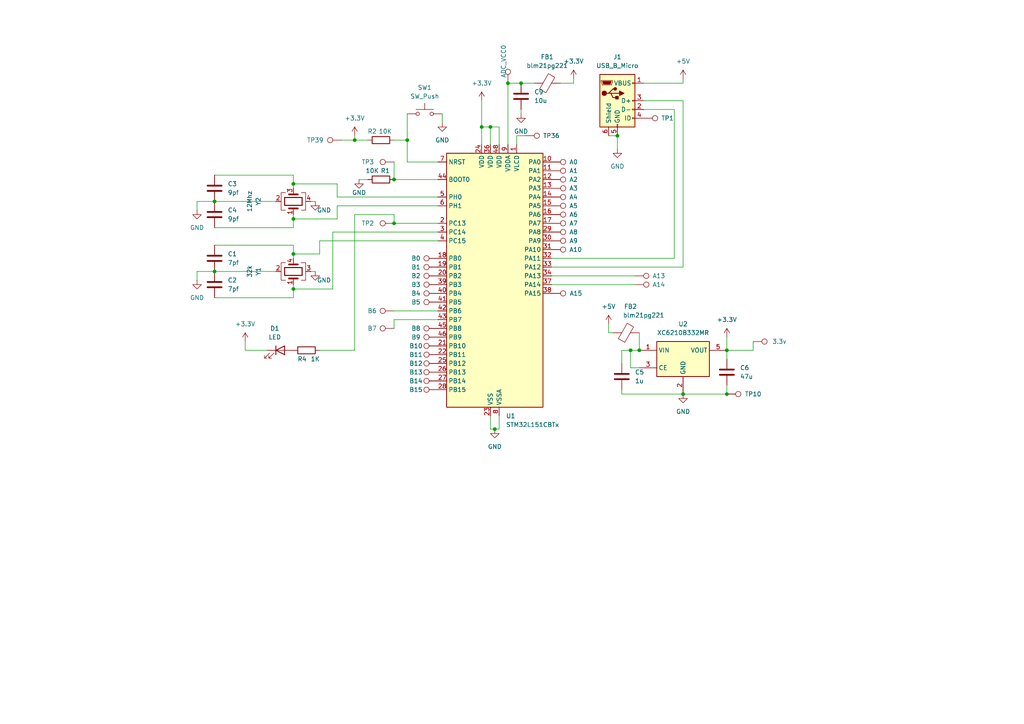
<source format=kicad_sch>
(kicad_sch (version 20230121) (generator eeschema)
  (paper "A4")
  (lib_symbols
    (symbol "Connector:TestPoint" (pin_numbers hide) (pin_names (offset 0.762) hide)
      (property "Reference" "TP" (at 0 6.858 0))
      (property "Value" "TestPoint" (at 0 5.08 0))
      (symbol "TestPoint_0_1"
        (circle (center 0 3.302) (radius 0.762))
      )
      (symbol "TestPoint_1_1"
        (pin passive line (at 0 0 90) (length 2.54) (name "1") (number "1"))
      )
    )
    (symbol "Connector:USB_B_Micro" (pin_names (offset 1.016))
      (property "Reference" "J" (at -5.08 11.43 0))
      (property "Value" "USB_B_Micro" (at -5.08 8.89 0))
      (symbol "USB_B_Micro_0_1"
        (rectangle (start -5.08 -7.62) (end 5.08 7.62) (stroke (width 0.254)) (fill (type background)))
        (circle (center -3.81 2.159) (radius 0.635) (stroke (width 0.254)) (fill (type outline)))
        (circle (center -0.635 3.429) (radius 0.381) (stroke (width 0.254)) (fill (type outline)))
        (rectangle (start -0.127 -7.62) (end 0.127 -6.858))
        (polyline (pts (xy -1.905 2.159) (xy 0.635 2.159)) (stroke (width 0.254)))
        (polyline (pts (xy -3.175 2.159) (xy -2.54 2.159) (xy -1.27 3.429) (xy -0.635 3.429)) (stroke (width 0.254)))
        (polyline (pts (xy -2.54 2.159) (xy -1.905 2.159) (xy -1.27 0.889) (xy 0 0.889)) (stroke (width 0.254)))
        (polyline (pts (xy 0.635 2.794) (xy 0.635 1.524) (xy 1.905 2.159) (xy 0.635 2.794)) (stroke (width 0.254)) (fill (type outline)))
        (polyline (pts (xy -4.318 5.588) (xy -1.778 5.588) (xy -2.032 4.826) (xy -4.064 4.826) (xy -4.318 5.588)) (fill (type outline)))
        (polyline (pts (xy -4.699 5.842) (xy -4.699 5.588) (xy -4.445 4.826) (xy -4.445 4.572) (xy -1.651 4.572) (xy -1.651 4.826) (xy -1.397 5.588) (xy -1.397 5.842) (xy -4.699 5.842)))
        (rectangle (start 0.254 1.27) (end -0.508 0.508) (stroke (width 0.254)) (fill (type outline)))
        (rectangle (start 5.08 -5.207) (end 4.318 -4.953))
        (rectangle (start 5.08 -2.667) (end 4.318 -2.413))
        (rectangle (start 5.08 -0.127) (end 4.318 0.127))
        (rectangle (start 5.08 4.953) (end 4.318 5.207))
      )
      (symbol "USB_B_Micro_1_1"
        (pin power_out line (at 7.62 5.08 180) (length 2.54) (name "VBUS") (number "1"))
        (pin bidirectional line (at 7.62 -2.54 180) (length 2.54) (name "D-") (number "2"))
        (pin bidirectional line (at 7.62 0 180) (length 2.54) (name "D+") (number "3"))
        (pin passive line (at 7.62 -5.08 180) (length 2.54) (name "ID") (number "4"))
        (pin power_out line (at 0 -10.16 90) (length 2.54) (name "GND") (number "5"))
        (pin passive line (at -2.54 -10.16 90) (length 2.54) (name "Shield") (number "6"))
      )
    )
    (symbol "Device:C" (pin_numbers hide) (pin_names (offset 0.254))
      (property "Reference" "C" (at 0.635 2.54 0))
      (property "Value" "C" (at 0.635 -2.54 0))
      (symbol "C_0_1"
        (polyline (pts (xy -2.032 -0.762) (xy 2.032 -0.762)) (stroke (width 0.508)))
        (polyline (pts (xy -2.032 0.762) (xy 2.032 0.762)) (stroke (width 0.508)))
      )
      (symbol "C_1_1"
        (pin passive line (at 0 3.81 270) (length 2.794) (name "~") (number "1"))
        (pin passive line (at 0 -3.81 90) (length 2.794) (name "~") (number "2"))
      )
    )
    (symbol "Device:Crystal_GND23" (pin_names (offset 1.016) hide)
      (property "Reference" "Y" (at 3.175 5.08 0))
      (property "Value" "Crystal_GND23" (at 3.175 3.175 0))
      (symbol "Crystal_GND23_0_1"
        (rectangle (start -1.143 2.54) (end 1.143 -2.54) (stroke (width 0.3048)))
        (polyline (pts (xy -2.54 0) (xy -2.032 0)))
        (polyline (pts (xy -2.032 -1.27) (xy -2.032 1.27)) (stroke (width 0.508)))
        (polyline (pts (xy 0 -3.81) (xy 0 -3.556)))
        (polyline (pts (xy 0 3.556) (xy 0 3.81)))
        (polyline (pts (xy 2.032 -1.27) (xy 2.032 1.27)) (stroke (width 0.508)))
        (polyline (pts (xy 2.032 0) (xy 2.54 0)))
        (polyline (pts (xy -2.54 -2.286) (xy -2.54 -3.556) (xy 2.54 -3.556) (xy 2.54 -2.286)))
        (polyline (pts (xy -2.54 2.286) (xy -2.54 3.556) (xy 2.54 3.556) (xy 2.54 2.286)))
      )
      (symbol "Crystal_GND23_1_1"
        (pin passive line (at -3.81 0 0) (length 1.27) (name "1") (number "1"))
        (pin passive line (at 0 5.08 270) (length 1.27) (name "2") (number "2"))
        (pin passive line (at 0 -5.08 90) (length 1.27) (name "3") (number "3"))
        (pin passive line (at 3.81 0 180) (length 1.27) (name "4") (number "4"))
      )
    )
    (symbol "Device:Crystal_GND24" (pin_names (offset 1.016) hide)
      (property "Reference" "Y" (at 3.175 5.08 0))
      (property "Value" "Crystal_GND24" (at 3.175 3.175 0))
      (symbol "Crystal_GND24_0_1"
        (rectangle (start -1.143 2.54) (end 1.143 -2.54) (stroke (width 0.3048)))
        (polyline (pts (xy -2.54 0) (xy -2.032 0)))
        (polyline (pts (xy -2.032 -1.27) (xy -2.032 1.27)) (stroke (width 0.508)))
        (polyline (pts (xy 0 -3.81) (xy 0 -3.556)))
        (polyline (pts (xy 0 3.556) (xy 0 3.81)))
        (polyline (pts (xy 2.032 -1.27) (xy 2.032 1.27)) (stroke (width 0.508)))
        (polyline (pts (xy 2.032 0) (xy 2.54 0)))
        (polyline (pts (xy -2.54 -2.286) (xy -2.54 -3.556) (xy 2.54 -3.556) (xy 2.54 -2.286)))
        (polyline (pts (xy -2.54 2.286) (xy -2.54 3.556) (xy 2.54 3.556) (xy 2.54 2.286)))
      )
      (symbol "Crystal_GND24_1_1"
        (pin passive line (at -3.81 0 0) (length 1.27) (name "1") (number "1"))
        (pin passive line (at 0 5.08 270) (length 1.27) (name "2") (number "2"))
        (pin passive line (at 3.81 0 180) (length 1.27) (name "3") (number "3"))
        (pin passive line (at 0 -5.08 90) (length 1.27) (name "4") (number "4"))
      )
    )
    (symbol "Device:FerriteBead" (pin_numbers hide) (pin_names (offset 0))
      (property "Reference" "FB" (at -3.81 0.635 90))
      (property "Value" "FerriteBead" (at 3.81 0 90))
      (symbol "FerriteBead_0_1"
        (polyline (pts (xy 0 -1.27) (xy 0 -1.2192)))
        (polyline (pts (xy 0 1.27) (xy 0 1.2954)))
        (polyline (pts (xy -2.7686 0.4064) (xy -1.7018 2.2606) (xy 2.7686 -0.3048) (xy 1.6764 -2.159) (xy -2.7686 0.4064)))
      )
      (symbol "FerriteBead_1_1"
        (pin passive line (at 0 3.81 270) (length 2.54) (name "~") (number "1"))
        (pin passive line (at 0 -3.81 90) (length 2.54) (name "~") (number "2"))
      )
    )
    (symbol "Device:LED" (pin_numbers hide) (pin_names (offset 1.016) hide)
      (property "Reference" "D" (at 0 2.54 0))
      (property "Value" "LED" (at 0 -2.54 0))
      (symbol "LED_0_1"
        (polyline (pts (xy -1.27 -1.27) (xy -1.27 1.27)) (stroke (width 0.254)))
        (polyline (pts (xy -1.27 0) (xy 1.27 0)))
        (polyline (pts (xy 1.27 -1.27) (xy 1.27 1.27) (xy -1.27 0) (xy 1.27 -1.27)) (stroke (width 0.254)))
        (polyline (pts (xy -3.048 -0.762) (xy -4.572 -2.286) (xy -3.81 -2.286) (xy -4.572 -2.286) (xy -4.572 -1.524)))
        (polyline (pts (xy -1.778 -0.762) (xy -3.302 -2.286) (xy -2.54 -2.286) (xy -3.302 -2.286) (xy -3.302 -1.524)))
      )
      (symbol "LED_1_1"
        (pin passive line (at -3.81 0 0) (length 2.54) (name "K") (number "1"))
        (pin passive line (at 3.81 0 180) (length 2.54) (name "A") (number "2"))
      )
    )
    (symbol "Device:R" (pin_numbers hide) (pin_names (offset 0))
      (property "Reference" "R" (at 2.032 0 90))
      (property "Value" "R" (at 0 0 90))
      (symbol "R_0_1"
        (rectangle (start -1.016 -2.54) (end 1.016 2.54) (stroke (width 0.254)))
      )
      (symbol "R_1_1"
        (pin passive line (at 0 3.81 270) (length 1.27) (name "~") (number "1"))
        (pin passive line (at 0 -3.81 90) (length 1.27) (name "~") (number "2"))
      )
    )
    (symbol "MCU_ST_STM32L1:STM32L151CBTx"
      (property "Reference" "U" (at -12.7 39.37 0))
      (property "Value" "STM32L151CBTx" (at 10.16 39.37 0))
      (symbol "STM32L151CBTx_0_1"
        (rectangle (start -12.7 -35.56) (end 15.24 38.1) (stroke (width 0.254)) (fill (type background)))
      )
      (symbol "STM32L151CBTx_1_1"
        (pin power_in line (at 7.62 40.64 270) (length 2.54) (name "VLCD") (number "1"))
        (pin bidirectional line (at 17.78 35.56 180) (length 2.54) (name "PA0") (number "10"))
        (pin bidirectional line (at 17.78 33.02 180) (length 2.54) (name "PA1") (number "11"))
        (pin bidirectional line (at 17.78 30.48 180) (length 2.54) (name "PA2") (number "12"))
        (pin bidirectional line (at 17.78 27.94 180) (length 2.54) (name "PA3") (number "13"))
        (pin bidirectional line (at 17.78 25.4 180) (length 2.54) (name "PA4") (number "14"))
        (pin bidirectional line (at 17.78 22.86 180) (length 2.54) (name "PA5") (number "15"))
        (pin bidirectional line (at 17.78 20.32 180) (length 2.54) (name "PA6") (number "16"))
        (pin bidirectional line (at 17.78 17.78 180) (length 2.54) (name "PA7") (number "17"))
        (pin bidirectional line (at -15.24 7.62 0) (length 2.54) (name "PB0") (number "18"))
        (pin bidirectional line (at -15.24 5.08 0) (length 2.54) (name "PB1") (number "19"))
        (pin bidirectional line (at -15.24 17.78 0) (length 2.54) (name "PC13") (number "2"))
        (pin bidirectional line (at -15.24 2.54 0) (length 2.54) (name "PB2") (number "20"))
        (pin bidirectional line (at -15.24 -17.78 0) (length 2.54) (name "PB10") (number "21"))
        (pin bidirectional line (at -15.24 -20.32 0) (length 2.54) (name "PB11") (number "22"))
        (pin power_in line (at 0 -38.1 90) (length 2.54) (name "VSS") (number "23"))
        (pin power_in line (at -2.54 40.64 270) (length 2.54) (name "VDD") (number "24"))
        (pin bidirectional line (at -15.24 -22.86 0) (length 2.54) (name "PB12") (number "25"))
        (pin bidirectional line (at -15.24 -25.4 0) (length 2.54) (name "PB13") (number "26"))
        (pin bidirectional line (at -15.24 -27.94 0) (length 2.54) (name "PB14") (number "27"))
        (pin bidirectional line (at -15.24 -30.48 0) (length 2.54) (name "PB15") (number "28"))
        (pin bidirectional line (at 17.78 15.24 180) (length 2.54) (name "PA8") (number "29"))
        (pin bidirectional line (at -15.24 15.24 0) (length 2.54) (name "PC14") (number "3"))
        (pin bidirectional line (at 17.78 12.7 180) (length 2.54) (name "PA9") (number "30"))
        (pin bidirectional line (at 17.78 10.16 180) (length 2.54) (name "PA10") (number "31"))
        (pin bidirectional line (at 17.78 7.62 180) (length 2.54) (name "PA11") (number "32"))
        (pin bidirectional line (at 17.78 5.08 180) (length 2.54) (name "PA12") (number "33"))
        (pin bidirectional line (at 17.78 2.54 180) (length 2.54) (name "PA13") (number "34"))
        (pin passive line (at 0 -38.1 90) (length 2.54) hide (name "VSS") (number "35"))
        (pin power_in line (at 0 40.64 270) (length 2.54) (name "VDD") (number "36"))
        (pin bidirectional line (at 17.78 0 180) (length 2.54) (name "PA14") (number "37"))
        (pin bidirectional line (at 17.78 -2.54 180) (length 2.54) (name "PA15") (number "38"))
        (pin bidirectional line (at -15.24 0 0) (length 2.54) (name "PB3") (number "39"))
        (pin bidirectional line (at -15.24 12.7 0) (length 2.54) (name "PC15") (number "4"))
        (pin bidirectional line (at -15.24 -2.54 0) (length 2.54) (name "PB4") (number "40"))
        (pin bidirectional line (at -15.24 -5.08 0) (length 2.54) (name "PB5") (number "41"))
        (pin bidirectional line (at -15.24 -7.62 0) (length 2.54) (name "PB6") (number "42"))
        (pin bidirectional line (at -15.24 -10.16 0) (length 2.54) (name "PB7") (number "43"))
        (pin input line (at -15.24 30.48 0) (length 2.54) (name "BOOT0") (number "44"))
        (pin bidirectional line (at -15.24 -12.7 0) (length 2.54) (name "PB8") (number "45"))
        (pin bidirectional line (at -15.24 -15.24 0) (length 2.54) (name "PB9") (number "46"))
        (pin passive line (at 0 -38.1 90) (length 2.54) hide (name "VSS") (number "47"))
        (pin power_in line (at 2.54 40.64 270) (length 2.54) (name "VDD") (number "48"))
        (pin bidirectional line (at -15.24 25.4 0) (length 2.54) (name "PH0") (number "5"))
        (pin bidirectional line (at -15.24 22.86 0) (length 2.54) (name "PH1") (number "6"))
        (pin input line (at -15.24 35.56 0) (length 2.54) (name "NRST") (number "7"))
        (pin power_in line (at 2.54 -38.1 90) (length 2.54) (name "VSSA") (number "8"))
        (pin power_in line (at 5.08 40.64 270) (length 2.54) (name "VDDA") (number "9"))
      )
    )
    (symbol "Regulator_Linear:XC6210B332MR"
      (property "Reference" "U" (at 0 8.89 0))
      (property "Value" "XC6210B332MR" (at 0 6.35 0))
      (symbol "XC6210B332MR_0_1"
        (rectangle (start -7.62 5.08) (end 7.62 -5.08) (stroke (width 0.254)) (fill (type background)))
      )
      (symbol "XC6210B332MR_1_1"
        (pin power_in line (at -12.7 2.54 0) (length 5.08) (name "VIN") (number "1"))
        (pin power_in line (at 0 -10.16 90) (length 5.08) (name "GND") (number "2"))
        (pin input line (at -12.7 -2.54 0) (length 5.08) (name "CE") (number "3"))
        (pin no_connect line (at 7.62 -2.54 180) (length 5.08) hide (name "NC") (number "4"))
        (pin power_out line (at 12.7 2.54 180) (length 5.08) (name "VOUT") (number "5"))
      )
    )
    (symbol "Switch:SW_Push" (pin_numbers hide) (pin_names (offset 1.016) hide)
      (property "Reference" "SW" (at 1.27 2.54 0))
      (property "Value" "SW_Push" (at 0 -1.524 0))
      (symbol "SW_Push_0_1"
        (circle (center -2.032 0) (radius 0.508))
        (polyline (pts (xy 0 1.27) (xy 0 3.048)))
        (polyline (pts (xy 2.54 1.27) (xy -2.54 1.27)))
        (circle (center 2.032 0) (radius 0.508))
        (pin passive line (at -5.08 0 0) (length 2.54) (name "1") (number "1"))
        (pin passive line (at 5.08 0 180) (length 2.54) (name "2") (number "2"))
      )
    )
    (symbol "power:+3.3V" (power) (pin_names (offset 0))
      (property "Value" "+3.3V" (at 0 3.556 0))
      (symbol "+3.3V_0_1"
        (polyline (pts (xy -0.762 1.27) (xy 0 2.54)))
        (polyline (pts (xy 0 0) (xy 0 2.54)))
        (polyline (pts (xy 0 2.54) (xy 0.762 1.27)))
      )
      (symbol "+3.3V_1_1"
        (pin power_in line (at 0 0 90) (length 0) hide (name "+3.3V") (number "1"))
      )
    )
    (symbol "power:+5V" (power) (pin_names (offset 0))
      (property "Value" "+5V" (at 0 3.556 0))
      (symbol "+5V_0_1"
        (polyline (pts (xy -0.762 1.27) (xy 0 2.54)))
        (polyline (pts (xy 0 0) (xy 0 2.54)))
        (polyline (pts (xy 0 2.54) (xy 0.762 1.27)))
      )
      (symbol "+5V_1_1"
        (pin power_in line (at 0 0 90) (length 0) hide (name "+5V") (number "1"))
      )
    )
    (symbol "power:GND" (power) (pin_names (offset 0))
      (property "Value" "GND" (at 0 -3.81 0))
      (symbol "GND_0_1"
        (polyline (pts (xy 0 0) (xy 0 -1.27) (xy 1.27 -1.27) (xy 0 -2.54) (xy -1.27 -1.27) (xy 0 -1.27)))
      )
      (symbol "GND_1_1"
        (pin power_in line (at 0 0 270) (length 0) hide (name "GND") (number "1"))
      )
    )
  )
  (junction (at 114.3 52.07))
  (junction (at 210.82 101.6))
  (junction (at 62.23 78.74))
  (junction (at 85.09 53.34))
  (junction (at 102.87 40.64))
  (junction (at 85.09 83.82))
  (junction (at 85.09 73.66))
  (junction (at 114.3 64.77))
  (junction (at 139.7 36.83))
  (junction (at 62.23 58.42))
  (junction (at 210.82 114.3))
  (junction (at 179.07 39.37))
  (junction (at 185.42 101.6))
  (junction (at 182.88 101.6))
  (junction (at 151.13 24.13))
  (junction (at 142.24 36.83))
  (junction (at 143.51 124.46))
  (junction (at 147.32 24.13))
  (junction (at 85.09 63.5))
  (junction (at 198.12 114.3))
  (junction (at 118.11 40.64))
  (wire (pts (xy 127 67.31) (xy 96.52 67.31)))
  (wire (pts (xy 149.86 39.37) (xy 149.86 41.91)))
  (wire (pts (xy 62.23 71.12) (xy 85.09 71.12)))
  (wire (pts (xy 85.09 50.8) (xy 85.09 53.34)))
  (wire (pts (xy 210.82 97.79) (xy 210.82 101.6)))
  (wire (pts (xy 210.82 101.6) (xy 210.82 104.14)))
  (wire (pts (xy 92.71 73.66) (xy 85.09 73.66)))
  (wire (pts (xy 118.11 40.64) (xy 118.11 46.99)))
  (wire (pts (xy 184.15 82.55) (xy 160.02 82.55)))
  (wire (pts (xy 144.78 124.46) (xy 143.51 124.46)))
  (wire (pts (xy 144.78 41.91) (xy 144.78 36.83)))
  (wire (pts (xy 139.7 36.83) (xy 139.7 41.91)))
  (wire (pts (xy 97.79 53.34) (xy 85.09 53.34)))
  (wire (pts (xy 97.79 63.5) (xy 85.09 63.5)))
  (wire (pts (xy 142.24 124.46) (xy 143.51 124.46)))
  (wire (pts (xy 198.12 114.3) (xy 180.34 114.3)))
  (wire (pts (xy 114.3 46.99) (xy 114.3 52.07)))
  (wire (pts (xy 198.12 24.13) (xy 198.12 22.86)))
  (wire (pts (xy 185.42 101.6) (xy 182.88 101.6)))
  (wire (pts (xy 57.15 58.42) (xy 57.15 60.96)))
  (wire (pts (xy 62.23 66.04) (xy 85.09 66.04)))
  (wire (pts (xy 180.34 101.6) (xy 180.34 105.41)))
  (wire (pts (xy 90.17 78.74) (xy 91.44 78.74)))
  (wire (pts (xy 182.88 101.6) (xy 180.34 101.6)))
  (wire (pts (xy 186.69 24.13) (xy 198.12 24.13)))
  (wire (pts (xy 106.68 40.64) (xy 102.87 40.64)))
  (wire (pts (xy 198.12 29.21) (xy 198.12 77.47)))
  (wire (pts (xy 210.82 101.6) (xy 218.44 101.6)))
  (wire (pts (xy 71.12 101.6) (xy 77.47 101.6)))
  (wire (pts (xy 139.7 36.83) (xy 142.24 36.83)))
  (wire (pts (xy 142.24 41.91) (xy 142.24 36.83)))
  (wire (pts (xy 96.52 83.82) (xy 85.09 83.82)))
  (wire (pts (xy 176.53 93.98) (xy 176.53 96.52)))
  (wire (pts (xy 185.42 106.68) (xy 182.88 106.68)))
  (wire (pts (xy 210.82 114.3) (xy 198.12 114.3)))
  (wire (pts (xy 176.53 96.52) (xy 177.8 96.52)))
  (wire (pts (xy 97.79 57.15) (xy 97.79 53.34)))
  (wire (pts (xy 139.7 29.21) (xy 139.7 36.83)))
  (wire (pts (xy 92.71 69.85) (xy 92.71 73.66)))
  (wire (pts (xy 102.87 62.23) (xy 102.87 101.6)))
  (wire (pts (xy 90.17 58.42) (xy 91.44 58.42)))
  (wire (pts (xy 57.15 78.74) (xy 57.15 81.28)))
  (wire (pts (xy 62.23 78.74) (xy 80.01 78.74)))
  (wire (pts (xy 144.78 120.65) (xy 144.78 124.46)))
  (wire (pts (xy 218.44 99.06) (xy 218.44 101.6)))
  (wire (pts (xy 102.87 40.64) (xy 102.87 39.37)))
  (wire (pts (xy 114.3 40.64) (xy 118.11 40.64)))
  (wire (pts (xy 185.42 96.52) (xy 185.42 101.6)))
  (wire (pts (xy 114.3 62.23) (xy 114.3 64.77)))
  (wire (pts (xy 57.15 58.42) (xy 62.23 58.42)))
  (wire (pts (xy 186.69 31.75) (xy 195.58 31.75)))
  (wire (pts (xy 71.12 99.06) (xy 71.12 101.6)))
  (wire (pts (xy 184.15 80.01) (xy 160.02 80.01)))
  (wire (pts (xy 142.24 120.65) (xy 142.24 124.46)))
  (wire (pts (xy 114.3 64.77) (xy 127 64.77)))
  (wire (pts (xy 186.69 29.21) (xy 198.12 29.21)))
  (wire (pts (xy 210.82 111.76) (xy 210.82 114.3)))
  (wire (pts (xy 85.09 71.12) (xy 85.09 73.66)))
  (wire (pts (xy 97.79 59.69) (xy 97.79 63.5)))
  (wire (pts (xy 114.3 52.07) (xy 127 52.07)))
  (wire (pts (xy 151.13 24.13) (xy 154.94 24.13)))
  (wire (pts (xy 85.09 66.04) (xy 85.09 63.5)))
  (wire (pts (xy 118.11 46.99) (xy 127 46.99)))
  (wire (pts (xy 179.07 39.37) (xy 179.07 43.18)))
  (wire (pts (xy 92.71 101.6) (xy 102.87 101.6)))
  (wire (pts (xy 127 59.69) (xy 97.79 59.69)))
  (wire (pts (xy 104.14 52.07) (xy 106.68 52.07)))
  (wire (pts (xy 85.09 86.36) (xy 85.09 83.82)))
  (wire (pts (xy 152.4 39.37) (xy 149.86 39.37)))
  (wire (pts (xy 99.06 40.64) (xy 102.87 40.64)))
  (wire (pts (xy 127 69.85) (xy 92.71 69.85)))
  (wire (pts (xy 85.09 82.55) (xy 85.09 83.82)))
  (wire (pts (xy 144.78 36.83) (xy 142.24 36.83)))
  (wire (pts (xy 180.34 114.3) (xy 180.34 113.03)))
  (wire (pts (xy 85.09 53.34) (xy 85.09 54.61)))
  (wire (pts (xy 62.23 50.8) (xy 85.09 50.8)))
  (wire (pts (xy 162.56 24.13) (xy 166.37 24.13)))
  (wire (pts (xy 176.53 39.37) (xy 179.07 39.37)))
  (wire (pts (xy 102.87 62.23) (xy 114.3 62.23)))
  (wire (pts (xy 85.09 62.23) (xy 85.09 63.5)))
  (wire (pts (xy 147.32 24.13) (xy 147.32 41.91)))
  (wire (pts (xy 114.3 90.17) (xy 127 90.17)))
  (wire (pts (xy 57.15 78.74) (xy 62.23 78.74)))
  (wire (pts (xy 128.27 33.02) (xy 128.27 35.56)))
  (wire (pts (xy 62.23 58.42) (xy 80.01 58.42)))
  (wire (pts (xy 151.13 31.75) (xy 151.13 33.02)))
  (wire (pts (xy 198.12 77.47) (xy 160.02 77.47)))
  (wire (pts (xy 151.13 24.13) (xy 147.32 24.13)))
  (wire (pts (xy 182.88 106.68) (xy 182.88 101.6)))
  (wire (pts (xy 118.11 33.02) (xy 118.11 40.64)))
  (wire (pts (xy 96.52 67.31) (xy 96.52 83.82)))
  (wire (pts (xy 114.3 92.71) (xy 127 92.71)))
  (wire (pts (xy 62.23 86.36) (xy 85.09 86.36)))
  (wire (pts (xy 195.58 31.75) (xy 195.58 74.93)))
  (wire (pts (xy 114.3 95.25) (xy 114.3 92.71)))
  (wire (pts (xy 85.09 73.66) (xy 85.09 74.93)))
  (wire (pts (xy 195.58 74.93) (xy 160.02 74.93)))
  (wire (pts (xy 127 57.15) (xy 97.79 57.15)))
  (wire (pts (xy 166.37 24.13) (xy 166.37 22.86)))
  (symbol (lib_id "Connector:TestPoint") (at 160.02 52.07 270) (unit 1)
    (property "Reference" "A2" (at 165.1 52.07 90) (effects (justify left)))
    (property "Value" "A2" (effects hide))
    (property "Footprint" "TestPoint:TestPoint_Pad_D1.0mm" (effects hide))
  )
  (symbol (lib_id "Connector:TestPoint") (at 160.02 59.69 270) (unit 1)
    (property "Reference" "A5" (at 165.1 59.69 90) (effects (justify left)))
    (property "Value" "A5" (effects hide))
    (property "Footprint" "TestPoint:TestPoint_Pad_D1.0mm" (effects hide))
  )
  (symbol (lib_id "power:GND") (at 104.14 52.07 0) (unit 1)
    (property "Reference" "#PWR04" (effects hide))
    (property "Value" "GND" (at 104.14 55.88 0))
  )
  (symbol (lib_id "Device:FerriteBead") (at 181.61 96.52 90) (unit 1)
    (property "Reference" "FB2" (at 182.88 88.9 90))
    (property "Value" "blm21pg221" (at 186.69 91.44 90))
    (property "Footprint" "Resistor_SMD:R_0805_2012Metric_Pad1.20x1.40mm_HandSolder" (effects hide))
    (property "Datasheet" "https://www.chipdip.ru/product/blm21pg221sn1d" (effects hide))
  )
  (symbol (lib_id "power:+3.3V") (at 166.37 22.86 0) (unit 1)
    (property "Reference" "#PWR019" (effects hide))
    (property "Value" "+3.3V" (at 166.37 17.78 0))
  )
  (symbol (lib_id "Connector:TestPoint") (at 127 107.95 90) (unit 1)
    (property "Reference" "B13" (at 120.65 107.95 90))
    (property "Value" "B13" (effects hide))
    (property "Footprint" "TestPoint:TestPoint_Pad_D1.0mm" (effects hide))
  )
  (symbol (lib_id "Connector:TestPoint") (at 127 80.01 90) (unit 1)
    (property "Reference" "B2" (at 120.65 80.01 90))
    (property "Value" "B2" (effects hide))
    (property "Footprint" "TestPoint:TestPoint_Pad_D1.0mm" (effects hide))
  )
  (symbol (lib_id "power:+5V") (at 176.53 93.98 0) (unit 1)
    (property "Reference" "#PWR013" (effects hide))
    (property "Value" "+5V" (at 176.53 88.9 0))
  )
  (symbol (lib_id "Connector:TestPoint") (at 160.02 67.31 270) (unit 1)
    (property "Reference" "A8" (at 165.1 67.31 90) (effects (justify left)))
    (property "Value" "A8" (effects hide))
    (property "Footprint" "TestPoint:TestPoint_Pad_D1.0mm" (effects hide))
  )
  (symbol (lib_id "Device:C") (at 210.82 107.95 0) (unit 1)
    (property "Reference" "C6" (at 214.63 106.68 0) (effects (justify left)))
    (property "Value" "47u" (at 214.63 109.22 0) (effects (justify left)))
    (property "Footprint" "Capacitor_SMD:C_0603_1608Metric_Pad1.08x0.95mm_HandSolder" (effects hide))
  )
  (symbol (lib_id "Connector:TestPoint") (at 184.15 82.55 270) (unit 1)
    (property "Reference" "A14" (at 189.23 82.55 90) (effects (justify left)))
    (property "Value" "SWCK" (effects hide))
    (property "Footprint" "TestPoint:TestPoint_Pad_D1.0mm" (effects hide))
  )
  (symbol (lib_id "Device:R") (at 110.49 52.07 90) (unit 1)
    (property "Reference" "R1" (at 111.76 49.53 90))
    (property "Value" "10K" (at 107.95 49.53 90))
    (property "Footprint" "Resistor_SMD:R_0603_1608Metric_Pad0.98x0.95mm_HandSolder" (effects hide))
  )
  (symbol (lib_id "Connector:TestPoint") (at 127 74.93 90) (unit 1)
    (property "Reference" "B0" (at 120.65 74.93 90))
    (property "Value" "B0" (effects hide))
    (property "Footprint" "TestPoint:TestPoint_Pad_D1.0mm" (effects hide))
  )
  (symbol (lib_id "Connector:TestPoint") (at 127 77.47 90) (unit 1)
    (property "Reference" "B1" (at 120.65 77.47 90))
    (property "Value" "B1" (effects hide))
    (property "Footprint" "TestPoint:TestPoint_Pad_D1.0mm" (effects hide))
  )
  (symbol (lib_id "Connector:TestPoint") (at 127 97.79 90) (unit 1)
    (property "Reference" "B9" (at 120.65 97.79 90))
    (property "Value" "B9" (effects hide))
    (property "Footprint" "TestPoint:TestPoint_Pad_D1.0mm" (effects hide))
  )
  (symbol (lib_id "Device:Crystal_GND24") (at 85.09 58.42 90) (unit 1)
    (property "Reference" "Y2" (at 74.93 58.42 0))
    (property "Value" "12Mhz" (at 72.39 58.42 0))
    (property "Footprint" "Crystal:Crystal_SMD_3225-4Pin_3.2x2.5mm" (effects hide))
  )
  (symbol (lib_id "power:+5V") (at 198.12 22.86 0) (unit 1)
    (property "Reference" "#PWR012" (effects hide))
    (property "Value" "+5V" (at 198.12 17.78 0))
  )
  (symbol (lib_id "power:+3.3V") (at 210.82 97.79 0) (unit 1)
    (property "Reference" "#PWR010" (effects hide))
    (property "Value" "+3.3V" (at 210.82 92.71 0))
  )
  (symbol (lib_id "Connector:TestPoint") (at 160.02 49.53 270) (unit 1)
    (property "Reference" "A1" (at 165.1 49.53 90) (effects (justify left)))
    (property "Value" "A1" (effects hide))
    (property "Footprint" "TestPoint:TestPoint_Pad_D1.0mm" (effects hide))
  )
  (symbol (lib_id "Connector:TestPoint") (at 127 102.87 90) (unit 1)
    (property "Reference" "B11" (at 120.65 102.87 90))
    (property "Value" "B11" (effects hide))
    (property "Footprint" "TestPoint:TestPoint_Pad_D1.0mm" (effects hide))
  )
  (symbol (lib_id "Connector:TestPoint") (at 114.3 46.99 90) (unit 1)
    (property "Reference" "TP3" (at 106.68 46.99 90))
    (property "Value" "BT0" (effects hide))
    (property "Footprint" "TestPoint:TestPoint_Pad_D1.0mm" (effects hide))
  )
  (symbol (lib_id "power:GND") (at 91.44 58.42 0) (unit 1)
    (property "Reference" "#PWR08" (effects hide))
    (property "Value" "GND" (at 93.98 60.96 0))
  )
  (symbol (lib_id "power:GND") (at 91.44 78.74 0) (unit 1)
    (property "Reference" "#PWR05" (effects hide))
    (property "Value" "GND" (at 93.98 81.28 0))
  )
  (symbol (lib_id "power:GND") (at 143.51 124.46 0) (unit 1)
    (property "Reference" "#PWR02" (effects hide))
    (property "Value" "GND" (at 143.51 129.54 0))
  )
  (symbol (lib_id "Device:R") (at 88.9 101.6 270) (unit 1)
    (property "Reference" "R4" (at 87.63 104.14 90))
    (property "Value" "1K" (at 91.44 104.14 90))
    (property "Footprint" "Resistor_SMD:R_0603_1608Metric_Pad0.98x0.95mm_HandSolder" (effects hide))
  )
  (symbol (lib_id "power:+3.3V") (at 102.87 39.37 0) (unit 1)
    (property "Reference" "#PWR03" (effects hide))
    (property "Value" "+3.3V" (at 102.87 34.29 0))
  )
  (symbol (lib_id "Connector:TestPoint") (at 127 85.09 90) (unit 1)
    (property "Reference" "B4" (at 120.65 85.09 90))
    (property "Value" "B4" (effects hide))
    (property "Footprint" "TestPoint:TestPoint_Pad_D1.0mm" (effects hide))
  )
  (symbol (lib_id "Connector:TestPoint") (at 160.02 85.09 270) (unit 1)
    (property "Reference" "A15" (at 165.1834 85.09 90) (effects (justify left)))
    (property "Value" "A15" (effects hide))
    (property "Footprint" "TestPoint:TestPoint_Pad_D1.0mm" (effects hide))
  )
  (symbol (lib_id "Device:C") (at 151.13 27.94 0) (unit 1)
    (property "Reference" "C9" (at 154.94 26.67 0) (effects (justify left)))
    (property "Value" "10u" (at 154.94 29.21 0) (effects (justify left)))
    (property "Footprint" "Capacitor_SMD:C_0603_1608Metric_Pad1.08x0.95mm_HandSolder" (effects hide))
  )
  (symbol (lib_id "Switch:SW_Push") (at 123.19 33.02 0) (unit 1)
    (property "Reference" "SW1" (at 123.19 25.4 0))
    (property "Value" "SW_Push" (at 123.19 27.94 0))
    (property "Footprint" "Button_Switch_SMD:SW_SPST_B3U-1000P" (effects hide))
  )
  (symbol (lib_id "Connector:TestPoint") (at 210.82 114.3 270) (unit 1)
    (property "Reference" "TP10" (at 218.44 114.3 90))
    (property "Value" "3.3v" (effects hide))
    (property "Footprint" "TestPoint:TestPoint_Pad_D1.0mm" (effects hide))
  )
  (symbol (lib_id "power:GND") (at 198.12 114.3 0) (unit 1)
    (property "Reference" "#PWR015" (effects hide))
    (property "Value" "GND" (at 198.12 119.38 0))
  )
  (symbol (lib_id "Connector:TestPoint") (at 160.02 46.99 270) (unit 1)
    (property "Reference" "A0" (at 165.1 46.99 90) (effects (justify left)))
    (property "Value" "A0" (effects hide))
    (property "Footprint" "TestPoint:TestPoint_Pad_D1.0mm" (effects hide))
  )
  (symbol (lib_id "MCU_ST_STM32L1:STM32L151CBTx") (at 142.24 82.55 0) (unit 1)
    (property "Reference" "U1" (at 146.7359 120.65 0) (effects (justify left)))
    (property "Value" "STM32L151CBTx" (at 146.7359 123.19 0) (effects (justify left)))
    (property "Footprint" "Package_QFP:LQFP-48_7x7mm_P0.5mm" (effects hide))
    (property "Datasheet" "https://www.st.com/resource/en/datasheet/stm32l151cb.pdf" (effects hide))
  )
  (symbol (lib_id "Connector:TestPoint") (at 114.3 64.77 90) (unit 1)
    (property "Reference" "TP2" (at 106.68 64.77 90))
    (property "Value" "C13" (effects hide))
    (property "Footprint" "TestPoint:TestPoint_Pad_D1.0mm" (effects hide))
  )
  (symbol (lib_id "power:GND") (at 57.15 81.28 0) (unit 1)
    (property "Reference" "#PWR06" (effects hide))
    (property "Value" "GND" (at 57.15 86.36 0))
  )
  (symbol (lib_id "power:GND") (at 128.27 35.56 0) (unit 1)
    (property "Reference" "#PWR017" (effects hide))
    (property "Value" "GND" (at 128.27 40.64 0))
  )
  (symbol (lib_id "Connector:TestPoint") (at 160.02 72.39 270) (unit 1)
    (property "Reference" "A10" (at 165.1 72.39 90) (effects (justify left)))
    (property "Value" "A10" (effects hide))
    (property "Footprint" "TestPoint:TestPoint_Pad_D1.0mm" (effects hide))
  )
  (symbol (lib_id "Connector:TestPoint") (at 127 82.55 90) (unit 1)
    (property "Reference" "B3" (at 120.65 82.55 90))
    (property "Value" "B3" (effects hide))
    (property "Footprint" "TestPoint:TestPoint_Pad_D1.0mm" (effects hide))
  )
  (symbol (lib_id "Connector:TestPoint") (at 99.06 40.64 90) (unit 1)
    (property "Reference" "TP39" (at 91.44 40.64 90))
    (property "Value" "BT0" (effects hide))
    (property "Footprint" "TestPoint:TestPoint_Pad_D1.0mm" (effects hide))
  )
  (symbol (lib_id "Connector:TestPoint") (at 127 100.33 90) (unit 1)
    (property "Reference" "B10" (at 120.65 100.33 90))
    (property "Value" "B10" (effects hide))
    (property "Footprint" "TestPoint:TestPoint_Pad_D1.0mm" (effects hide))
  )
  (symbol (lib_id "Connector:TestPoint") (at 186.69 34.29 270) (unit 1)
    (property "Reference" "TP1" (at 191.77 34.29 90) (effects (justify left)))
    (property "Value" "USB_ID" (effects hide))
    (property "Footprint" "TestPoint:TestPoint_Pad_D1.0mm" (effects hide))
  )
  (symbol (lib_id "Device:R") (at 110.49 40.64 90) (unit 1)
    (property "Reference" "R2" (at 107.95 38.1 90))
    (property "Value" "10K" (at 111.76 38.1 90))
    (property "Footprint" "Resistor_SMD:R_0603_1608Metric_Pad0.98x0.95mm_HandSolder" (effects hide))
  )
  (symbol (lib_id "Device:C") (at 62.23 62.23 0) (unit 1)
    (property "Reference" "C4" (at 66.04 60.96 0) (effects (justify left)))
    (property "Value" "9pf" (at 66.04 63.5 0) (effects (justify left)))
    (property "Footprint" "Capacitor_SMD:C_0603_1608Metric_Pad1.08x0.95mm_HandSolder" (effects hide))
  )
  (symbol (lib_id "Connector:USB_B_Micro") (at 179.07 29.21 0) (unit 1)
    (property "Reference" "J1" (at 179.07 16.51 0))
    (property "Value" "USB_B_Micro" (at 179.07 19.05 0))
    (property "Footprint" "Connector_USB:USB_Micro-B_Molex_47346-0001" (effects hide))
  )
  (symbol (lib_id "Device:C") (at 62.23 54.61 0) (unit 1)
    (property "Reference" "C3" (at 66.04 53.34 0) (effects (justify left)))
    (property "Value" "9pf" (at 66.04 55.88 0) (effects (justify left)))
    (property "Footprint" "Capacitor_SMD:C_0603_1608Metric_Pad1.08x0.95mm_HandSolder" (effects hide))
  )
  (symbol (lib_id "power:GND") (at 57.15 60.96 0) (unit 1)
    (property "Reference" "#PWR07" (effects hide))
    (property "Value" "GND" (at 57.15 66.04 0))
  )
  (symbol (lib_id "Device:LED") (at 81.28 101.6 0) (unit 1)
    (property "Reference" "D1" (at 79.6925 95.25 0))
    (property "Value" "LED" (at 79.6925 97.79 0))
    (property "Footprint" "LED_SMD:LED_0603_1608Metric_Pad1.05x0.95mm_HandSolder" (effects hide))
  )
  (symbol (lib_id "power:+3.3V") (at 71.12 99.06 0) (unit 1)
    (property "Reference" "#PWR020" (effects hide))
    (property "Value" "+3.3V" (at 71.12 93.98 0))
  )
  (symbol (lib_id "Connector:TestPoint") (at 160.02 64.77 270) (unit 1)
    (property "Reference" "A7" (at 165.1 64.77 90) (effects (justify left)))
    (property "Value" "A7" (effects hide))
    (property "Footprint" "TestPoint:TestPoint_Pad_D1.0mm" (effects hide))
  )
  (symbol (lib_id "power:GND") (at 179.07 43.18 0) (unit 1)
    (property "Reference" "#PWR09" (effects hide))
    (property "Value" "GND" (at 179.07 48.26 0))
  )
  (symbol (lib_id "Connector:TestPoint") (at 127 95.25 90) (unit 1)
    (property "Reference" "B8" (at 120.65 95.25 90))
    (property "Value" "B8" (effects hide))
    (property "Footprint" "TestPoint:TestPoint_Pad_D1.0mm" (effects hide))
  )
  (symbol (lib_id "Connector:TestPoint") (at 127 105.41 90) (unit 1)
    (property "Reference" "B12" (at 120.65 105.41 90))
    (property "Value" "B12" (effects hide))
    (property "Footprint" "TestPoint:TestPoint_Pad_D1.0mm" (effects hide))
  )
  (symbol (lib_id "Connector:TestPoint") (at 114.3 95.25 90) (unit 1)
    (property "Reference" "B7" (at 107.95 95.25 90))
    (property "Value" "B7" (effects hide))
    (property "Footprint" "TestPoint:TestPoint_Pad_D1.0mm" (effects hide))
  )
  (symbol (lib_id "power:GND") (at 151.13 33.02 0) (unit 1)
    (property "Reference" "#PWR018" (effects hide))
    (property "Value" "GND" (at 151.13 38.1 0))
  )
  (symbol (lib_id "Connector:TestPoint") (at 147.32 24.13 0) (unit 1)
    (property "Reference" "ADC_VCC0" (at 146.05 17.78 90))
    (property "Value" "3.3v" (effects hide))
    (property "Footprint" "TestPoint:TestPoint_Pad_D1.0mm" (effects hide))
  )
  (symbol (lib_id "Connector:TestPoint") (at 218.44 99.06 270) (unit 1)
    (property "Reference" "TP9" (effects hide))
    (property "Value" "3.3v" (at 226.06 99.06 90))
    (property "Footprint" "TestPoint:TestPoint_Pad_D1.0mm" (effects hide))
  )
  (symbol (lib_id "Connector:TestPoint") (at 127 113.03 90) (unit 1)
    (property "Reference" "B15" (at 120.65 113.03 90))
    (property "Value" "B15" (effects hide))
    (property "Footprint" "TestPoint:TestPoint_Pad_D1.0mm" (effects hide))
  )
  (symbol (lib_id "Connector:TestPoint") (at 127 87.63 90) (unit 1)
    (property "Reference" "B5" (at 120.65 87.63 90))
    (property "Value" "B5" (effects hide))
    (property "Footprint" "TestPoint:TestPoint_Pad_D1.0mm" (effects hide))
  )
  (symbol (lib_id "Device:C") (at 62.23 74.93 0) (unit 1)
    (property "Reference" "C1" (at 66.04 73.66 0) (effects (justify left)))
    (property "Value" "7pf" (at 66.04 76.2 0) (effects (justify left)))
    (property "Footprint" "Capacitor_SMD:C_0603_1608Metric_Pad1.08x0.95mm_HandSolder" (effects hide))
  )
  (symbol (lib_id "Device:C") (at 62.23 82.55 0) (unit 1)
    (property "Reference" "C2" (at 66.04 81.28 0) (effects (justify left)))
    (property "Value" "7pf" (at 66.04 83.82 0) (effects (justify left)))
    (property "Footprint" "Capacitor_SMD:C_0603_1608Metric_Pad1.08x0.95mm_HandSolder" (effects hide))
  )
  (symbol (lib_id "Connector:TestPoint") (at 160.02 69.85 270) (unit 1)
    (property "Reference" "A9" (at 165.1 69.85 90) (effects (justify left)))
    (property "Value" "A9" (effects hide))
    (property "Footprint" "TestPoint:TestPoint_Pad_D1.0mm" (effects hide))
  )
  (symbol (lib_id "Connector:TestPoint") (at 184.15 80.01 270) (unit 1)
    (property "Reference" "A13" (at 189.23 80.01 90) (effects (justify left)))
    (property "Value" "SWIO" (effects hide))
    (property "Footprint" "TestPoint:TestPoint_Pad_D1.0mm" (effects hide))
  )
  (symbol (lib_id "Regulator_Linear:XC6210B332MR") (at 198.12 104.14 0) (unit 1)
    (property "Reference" "U2" (at 198.12 93.98 0))
    (property "Value" "XC6210B332MR" (at 198.12 96.52 0))
    (property "Footprint" "Package_TO_SOT_SMD:SOT-23-5" (effects hide))
    (property "Datasheet" "https://www.torexsemi.com/file/xc6210/XC6210.pdf" (effects hide))
  )
  (symbol (lib_id "Connector:TestPoint") (at 152.4 39.37 270) (unit 1)
    (property "Reference" "TP36" (at 157.48 39.37 90) (effects (justify left)))
    (property "Value" "VLCD" (effects hide))
    (property "Footprint" "TestPoint:TestPoint_Pad_D1.0mm" (effects hide))
  )
  (symbol (lib_id "Device:C") (at 180.34 109.22 0) (unit 1)
    (property "Reference" "C5" (at 184.15 107.95 0) (effects (justify left)))
    (property "Value" "1u" (at 184.15 110.49 0) (effects (justify left)))
    (property "Footprint" "Capacitor_SMD:C_0603_1608Metric_Pad1.08x0.95mm_HandSolder" (effects hide))
  )
  (symbol (lib_id "Connector:TestPoint") (at 160.02 54.61 270) (unit 1)
    (property "Reference" "A3" (at 165.1 54.61 90) (effects (justify left)))
    (property "Value" "A3" (effects hide))
    (property "Footprint" "TestPoint:TestPoint_Pad_D1.0mm" (effects hide))
  )
  (symbol (lib_id "Connector:TestPoint") (at 160.02 57.15 270) (unit 1)
    (property "Reference" "A4" (at 165.1 57.15 90) (effects (justify left)))
    (property "Value" "A4" (effects hide))
    (property "Footprint" "TestPoint:TestPoint_Pad_D1.0mm" (effects hide))
  )
  (symbol (lib_id "Connector:TestPoint") (at 114.3 90.17 90) (unit 1)
    (property "Reference" "B6" (at 107.95 90.17 90))
    (property "Value" "B6" (effects hide))
    (property "Footprint" "TestPoint:TestPoint_Pad_D1.0mm" (effects hide))
  )
  (symbol (lib_id "power:+3.3V") (at 139.7 29.21 0) (unit 1)
    (property "Reference" "#PWR01" (effects hide))
    (property "Value" "+3.3V" (at 139.7 24.13 0))
  )
  (symbol (lib_id "Device:FerriteBead") (at 158.75 24.13 90) (unit 1)
    (property "Reference" "FB1" (at 158.6992 16.51 90))
    (property "Value" "blm21pg221" (at 158.6992 19.05 90))
    (property "Footprint" "Resistor_SMD:R_0805_2012Metric_Pad1.20x1.40mm_HandSolder" (effects hide))
    (property "Datasheet" "https://www.chipdip.ru/product/blm21pg221sn1d" (effects hide))
  )
  (symbol (lib_id "Connector:TestPoint") (at 127 110.49 90) (unit 1)
    (property "Reference" "B14" (at 120.65 110.49 90))
    (property "Value" "B14" (effects hide))
    (property "Footprint" "TestPoint:TestPoint_Pad_D1.0mm" (effects hide))
  )
  (symbol (lib_id "Connector:TestPoint") (at 160.02 62.23 270) (unit 1)
    (property "Reference" "A6" (at 165.1 62.23 90) (effects (justify left)))
    (property "Value" "A6" (effects hide))
    (property "Footprint" "TestPoint:TestPoint_Pad_D1.0mm" (effects hide))
  )
  (symbol (lib_id "Device:Crystal_GND23") (at 85.09 78.74 90) (unit 1)
    (property "Reference" "Y1" (at 74.93 78.74 0))
    (property "Value" "32k" (at 72.39 78.74 0))
    (property "Footprint" "Crystal:Crystal_SMD_SeikoEpson_MC146-4Pin_6.7x1.5mm_HandSoldering" (effects hide))
    (property "Datasheet" "https://www.chipdip.ru/product0/8010532345" (effects hide))
  )
)
</source>
